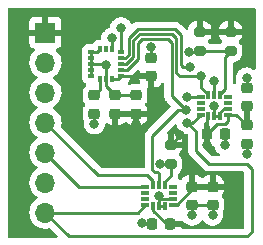
<source format=gbr>
%TF.GenerationSoftware,KiCad,Pcbnew,(6.0.6-0)*%
%TF.CreationDate,2022-08-17T23:57:47-07:00*%
%TF.ProjectId,invensense_icm,696e7665-6e73-4656-9e73-655f69636d2e,rev?*%
%TF.SameCoordinates,Original*%
%TF.FileFunction,Copper,L1,Top*%
%TF.FilePolarity,Positive*%
%FSLAX46Y46*%
G04 Gerber Fmt 4.6, Leading zero omitted, Abs format (unit mm)*
G04 Created by KiCad (PCBNEW (6.0.6-0)) date 2022-08-17 23:57:47*
%MOMM*%
%LPD*%
G01*
G04 APERTURE LIST*
G04 Aperture macros list*
%AMRoundRect*
0 Rectangle with rounded corners*
0 $1 Rounding radius*
0 $2 $3 $4 $5 $6 $7 $8 $9 X,Y pos of 4 corners*
0 Add a 4 corners polygon primitive as box body*
4,1,4,$2,$3,$4,$5,$6,$7,$8,$9,$2,$3,0*
0 Add four circle primitives for the rounded corners*
1,1,$1+$1,$2,$3*
1,1,$1+$1,$4,$5*
1,1,$1+$1,$6,$7*
1,1,$1+$1,$8,$9*
0 Add four rect primitives between the rounded corners*
20,1,$1+$1,$2,$3,$4,$5,0*
20,1,$1+$1,$4,$5,$6,$7,0*
20,1,$1+$1,$6,$7,$8,$9,0*
20,1,$1+$1,$8,$9,$2,$3,0*%
G04 Aperture macros list end*
%TA.AperFunction,SMDPad,CuDef*%
%ADD10RoundRect,0.225000X0.250000X-0.225000X0.250000X0.225000X-0.250000X0.225000X-0.250000X-0.225000X0*%
%TD*%
%TA.AperFunction,SMDPad,CuDef*%
%ADD11RoundRect,0.225000X0.225000X0.250000X-0.225000X0.250000X-0.225000X-0.250000X0.225000X-0.250000X0*%
%TD*%
%TA.AperFunction,SMDPad,CuDef*%
%ADD12RoundRect,0.200000X0.275000X-0.200000X0.275000X0.200000X-0.275000X0.200000X-0.275000X-0.200000X0*%
%TD*%
%TA.AperFunction,SMDPad,CuDef*%
%ADD13RoundRect,0.031500X-0.263500X-0.143500X0.263500X-0.143500X0.263500X0.143500X-0.263500X0.143500X0*%
%TD*%
%TA.AperFunction,SMDPad,CuDef*%
%ADD14RoundRect,0.031500X0.143500X-0.263500X0.143500X0.263500X-0.143500X0.263500X-0.143500X-0.263500X0*%
%TD*%
%TA.AperFunction,SMDPad,CuDef*%
%ADD15RoundRect,0.031500X0.263500X0.143500X-0.263500X0.143500X-0.263500X-0.143500X0.263500X-0.143500X0*%
%TD*%
%TA.AperFunction,SMDPad,CuDef*%
%ADD16RoundRect,0.031500X-0.143500X0.263500X-0.143500X-0.263500X0.143500X-0.263500X0.143500X0.263500X0*%
%TD*%
%TA.AperFunction,SMDPad,CuDef*%
%ADD17RoundRect,0.225000X-0.225000X-0.250000X0.225000X-0.250000X0.225000X0.250000X-0.225000X0.250000X0*%
%TD*%
%TA.AperFunction,SMDPad,CuDef*%
%ADD18RoundRect,0.225000X-0.250000X0.225000X-0.250000X-0.225000X0.250000X-0.225000X0.250000X0.225000X0*%
%TD*%
%TA.AperFunction,ComponentPad*%
%ADD19R,1.700000X1.700000*%
%TD*%
%TA.AperFunction,ComponentPad*%
%ADD20O,1.700000X1.700000*%
%TD*%
%TA.AperFunction,SMDPad,CuDef*%
%ADD21R,0.490000X0.350000*%
%TD*%
%TA.AperFunction,SMDPad,CuDef*%
%ADD22R,0.350000X0.490000*%
%TD*%
%TA.AperFunction,SMDPad,CuDef*%
%ADD23RoundRect,0.031500X-0.273500X-0.143500X0.273500X-0.143500X0.273500X0.143500X-0.273500X0.143500X0*%
%TD*%
%TA.AperFunction,SMDPad,CuDef*%
%ADD24RoundRect,0.031500X0.143500X-0.273500X0.143500X0.273500X-0.143500X0.273500X-0.143500X-0.273500X0*%
%TD*%
%TA.AperFunction,SMDPad,CuDef*%
%ADD25RoundRect,0.031500X0.273500X0.143500X-0.273500X0.143500X-0.273500X-0.143500X0.273500X-0.143500X0*%
%TD*%
%TA.AperFunction,SMDPad,CuDef*%
%ADD26RoundRect,0.031500X-0.143500X0.273500X-0.143500X-0.273500X0.143500X-0.273500X0.143500X0.273500X0*%
%TD*%
%TA.AperFunction,ViaPad*%
%ADD27C,0.800000*%
%TD*%
%TA.AperFunction,Conductor*%
%ADD28C,0.250000*%
%TD*%
G04 APERTURE END LIST*
D10*
%TO.P,C10,1*%
%TO.N,+3V3*%
X112141000Y-106312000D03*
%TO.P,C10,2*%
%TO.N,GND*%
X112141000Y-104762000D03*
%TD*%
D11*
%TO.P,C9,1*%
%TO.N,+3V3*%
X113754200Y-118821200D03*
%TO.P,C9,2*%
%TO.N,GND*%
X112204200Y-118821200D03*
%TD*%
D10*
%TO.P,C3,1*%
%TO.N,GND*%
X107340400Y-109487000D03*
%TO.P,C3,2*%
%TO.N,Net-(C3-Pad2)*%
X107340400Y-107937000D03*
%TD*%
D12*
%TO.P,R2,1*%
%TO.N,/~{CS}*%
X116255800Y-104203000D03*
%TO.P,R2,2*%
%TO.N,+3V3*%
X116255800Y-102553000D03*
%TD*%
D13*
%TO.P,U2,1,AP_SDO/AP_AD0*%
%TO.N,/SDO*%
X116335400Y-108063600D03*
%TO.P,U2,2,RESV_2*%
%TO.N,unconnected-(U2-Pad2)*%
X116335400Y-108563600D03*
%TO.P,U2,3,RESV_3*%
%TO.N,unconnected-(U2-Pad3)*%
X116335400Y-109063600D03*
%TO.P,U2,4,INT1/INT*%
%TO.N,/INT*%
X116335400Y-109563600D03*
D14*
%TO.P,U2,5,VDDIO*%
%TO.N,+3V3*%
X117000400Y-109728600D03*
%TO.P,U2,6,GND*%
%TO.N,GND*%
X117500400Y-109728600D03*
%TO.P,U2,7,RESV_7*%
X118000400Y-109728600D03*
D15*
%TO.P,U2,8,VDD*%
%TO.N,+3V3*%
X118665400Y-109563600D03*
%TO.P,U2,9,INT2/FSYNC/CLKIN*%
%TO.N,GND*%
X118665400Y-109063600D03*
%TO.P,U2,10,RESV_10*%
%TO.N,unconnected-(U2-Pad10)*%
X118665400Y-108563600D03*
%TO.P,U2,11,RESV_11*%
%TO.N,unconnected-(U2-Pad11)*%
X118665400Y-108063600D03*
D16*
%TO.P,U2,12,AP_CS*%
%TO.N,/~{CS}*%
X118000400Y-107898600D03*
%TO.P,U2,13,AP_SCL/AP_SCLK*%
%TO.N,/SCL*%
X117500400Y-107898600D03*
%TO.P,U2,14,AP_SDA/AP_SDIO/AP_SDI*%
%TO.N,/SDA*%
X117000400Y-107898600D03*
%TD*%
D17*
%TO.P,C6,1*%
%TO.N,+3V3*%
X116864800Y-111252000D03*
%TO.P,C6,2*%
%TO.N,GND*%
X118414800Y-111252000D03*
%TD*%
D18*
%TO.P,C5,1*%
%TO.N,GND*%
X120243600Y-107327400D03*
%TO.P,C5,2*%
%TO.N,+3V3*%
X120243600Y-108877400D03*
%TD*%
D10*
%TO.P,C4,1*%
%TO.N,GND*%
X120243600Y-112027000D03*
%TO.P,C4,2*%
%TO.N,+3V3*%
X120243600Y-110477000D03*
%TD*%
%TO.P,C8,1*%
%TO.N,GND*%
X117348000Y-117208600D03*
%TO.P,C8,2*%
%TO.N,+3V3*%
X117348000Y-115658600D03*
%TD*%
%TO.P,C2,1*%
%TO.N,+3V3*%
X109118400Y-109500000D03*
%TO.P,C2,2*%
%TO.N,GND*%
X109118400Y-107950000D03*
%TD*%
D12*
%TO.P,R3,1*%
%TO.N,/~{CS}*%
X113792000Y-113753400D03*
%TO.P,R3,2*%
%TO.N,+3V3*%
X113792000Y-112103400D03*
%TD*%
D10*
%TO.P,C7,1*%
%TO.N,GND*%
X115620800Y-117208600D03*
%TO.P,C7,2*%
%TO.N,+3V3*%
X115620800Y-115658600D03*
%TD*%
D19*
%TO.P,J1,1,Pin_1*%
%TO.N,+3V3*%
X103200200Y-102625000D03*
D20*
%TO.P,J1,2,Pin_2*%
%TO.N,GND*%
X103200200Y-105165000D03*
%TO.P,J1,3,Pin_3*%
%TO.N,/SCL*%
X103200200Y-107705000D03*
%TO.P,J1,4,Pin_4*%
%TO.N,/SDA*%
X103200200Y-110245000D03*
%TO.P,J1,5,Pin_5*%
%TO.N,/SDO*%
X103200200Y-112785000D03*
%TO.P,J1,6,Pin_6*%
%TO.N,/~{CS}*%
X103200200Y-115325000D03*
%TO.P,J1,7,Pin_7*%
%TO.N,/INT*%
X103200200Y-117865000D03*
%TD*%
D21*
%TO.P,U1,1,VDDIO*%
%TO.N,+3V3*%
X109591000Y-106283000D03*
%TO.P,U1,2,SCL/SCLK*%
%TO.N,/SCL*%
X109591000Y-105783000D03*
%TO.P,U1,3,SDA/SDI*%
%TO.N,/SDA*%
X109591000Y-105283000D03*
%TO.P,U1,4,AD0/SDO*%
%TO.N,/SDO*%
X109591000Y-104783000D03*
%TO.P,U1,5,CS*%
%TO.N,/~{CS}*%
X109591000Y-104283000D03*
D22*
%TO.P,U1,6,INT*%
%TO.N,/INT*%
X108831000Y-104023000D03*
%TO.P,U1,7*%
%TO.N,N/C*%
X108331000Y-104023000D03*
%TO.P,U1,8,FSYNC*%
%TO.N,GND*%
X107831000Y-104023000D03*
D21*
%TO.P,U1,9,GND*%
X107071000Y-104283000D03*
%TO.P,U1,10,GND*%
X107071000Y-104783000D03*
%TO.P,U1,11,GND*%
X107071000Y-105283000D03*
%TO.P,U1,12,GND*%
X107071000Y-105783000D03*
%TO.P,U1,13,GND*%
X107071000Y-106283000D03*
D22*
%TO.P,U1,14,REGOUT*%
%TO.N,Net-(C3-Pad2)*%
X107831000Y-106543000D03*
%TO.P,U1,15,GND*%
%TO.N,GND*%
X108331000Y-106543000D03*
%TO.P,U1,16,VDD*%
%TO.N,+3V3*%
X108831000Y-106543000D03*
%TD*%
D10*
%TO.P,C1,1*%
%TO.N,+3V3*%
X110845600Y-109487000D03*
%TO.P,C1,2*%
%TO.N,GND*%
X110845600Y-107937000D03*
%TD*%
D12*
%TO.P,R1,1*%
%TO.N,/~{CS}*%
X118872000Y-104203000D03*
%TO.P,R1,2*%
%TO.N,+3V3*%
X118872000Y-102553000D03*
%TD*%
D23*
%TO.P,U3,1,AP_SDO/AP_ADO*%
%TO.N,/SDO*%
X111666800Y-115683600D03*
%TO.P,U3,2,RESV_1*%
%TO.N,unconnected-(U3-Pad2)*%
X111666800Y-116183600D03*
%TO.P,U3,3,RESV_2*%
%TO.N,unconnected-(U3-Pad3)*%
X111666800Y-116683600D03*
%TO.P,U3,4,INT1/INT*%
%TO.N,/INT*%
X111666800Y-117183600D03*
D24*
%TO.P,U3,5,VDDIO*%
%TO.N,+3V3*%
X112326800Y-117343600D03*
%TO.P,U3,6,GND*%
%TO.N,GND*%
X112826800Y-117343600D03*
%TO.P,U3,7,RESV_3*%
X113326800Y-117343600D03*
D25*
%TO.P,U3,8,VDD*%
%TO.N,+3V3*%
X113986800Y-117183600D03*
%TO.P,U3,9,INT2/FSYNC*%
%TO.N,GND*%
X113986800Y-116683600D03*
%TO.P,U3,10,RESV_4*%
%TO.N,unconnected-(U3-Pad10)*%
X113986800Y-116183600D03*
%TO.P,U3,11,RESV_5*%
%TO.N,unconnected-(U3-Pad11)*%
X113986800Y-115683600D03*
D26*
%TO.P,U3,12,AP_CS*%
%TO.N,/~{CS}*%
X113326800Y-115523600D03*
%TO.P,U3,13,AP_SCL/AP_SCLK*%
%TO.N,/SCL*%
X112826800Y-115523600D03*
%TO.P,U3,14,AP_SDA/AP_SDIO/AP_SDI*%
%TO.N,/SDA*%
X112326800Y-115523600D03*
%TD*%
D27*
%TO.N,GND*%
X120243600Y-106476800D03*
X117500400Y-108813600D03*
X112826800Y-116433600D03*
X118414800Y-112115600D03*
X120243600Y-112877600D03*
X115620800Y-118059200D03*
X117348000Y-118059200D03*
X108356400Y-105359200D03*
X107340400Y-110337600D03*
X111353600Y-118770400D03*
X112141000Y-103886000D03*
%TO.N,+3V3*%
X114604800Y-111302800D03*
X116890800Y-112115600D03*
X110845600Y-110337600D03*
%TO.N,/~{CS}*%
X109601000Y-102223700D03*
X112928400Y-113741200D03*
X115355500Y-104267000D03*
%TO.N,/SCL*%
X117500400Y-106730800D03*
X115112800Y-109220000D03*
%TO.N,/SDA*%
X116332000Y-106299000D03*
%TO.N,/SDO*%
X115214400Y-108102400D03*
X115443000Y-105537000D03*
%TO.N,/INT*%
X108839000Y-103124000D03*
X115214400Y-110286800D03*
%TD*%
D28*
%TO.N,GND*%
X109131400Y-107937000D02*
X109118400Y-107950000D01*
X117348000Y-117208600D02*
X115620800Y-117208600D01*
X113989300Y-116683600D02*
X113076800Y-116683600D01*
X120243600Y-107327400D02*
X120243600Y-106476800D01*
X112826800Y-117346100D02*
X112826800Y-116433600D01*
X107571000Y-104283000D02*
X107831000Y-104023000D01*
X118000400Y-109388144D02*
X118324944Y-109063600D01*
X108280200Y-105283000D02*
X108356400Y-105359200D01*
X113326800Y-117343600D02*
X112826800Y-117343600D01*
X107071000Y-104283000D02*
X107571000Y-104283000D01*
X117500400Y-109728600D02*
X118000400Y-109728600D01*
X120243600Y-112027000D02*
X120243600Y-112877600D01*
X108331000Y-105384600D02*
X108356400Y-105359200D01*
X111404400Y-118821200D02*
X111353600Y-118770400D01*
X112141000Y-104762000D02*
X112141000Y-103886000D01*
X108331000Y-107162600D02*
X108331000Y-106543000D01*
X115620800Y-117208600D02*
X115620800Y-118059200D01*
X118000400Y-109728600D02*
X118000400Y-109388144D01*
X117500400Y-109728600D02*
X117500400Y-108813600D01*
X109118400Y-107950000D02*
X108331000Y-107162600D01*
X117348000Y-117208600D02*
X117348000Y-118059200D01*
X108331000Y-106543000D02*
X108331000Y-105384600D01*
X118324944Y-109063600D02*
X118665400Y-109063600D01*
X112204200Y-118821200D02*
X111404400Y-118821200D01*
X107071000Y-106283000D02*
X107071000Y-105783000D01*
X107340400Y-109487000D02*
X107340400Y-110337600D01*
X110845600Y-107937000D02*
X109131400Y-107937000D01*
X107071000Y-105783000D02*
X107071000Y-105283000D01*
X107071000Y-105283000D02*
X107071000Y-104783000D01*
X107071000Y-105283000D02*
X108280200Y-105283000D01*
X113076800Y-116683600D02*
X112826800Y-116433600D01*
X118414800Y-111252000D02*
X118414800Y-112115600D01*
X107071000Y-104783000D02*
X107071000Y-104283000D01*
%TO.N,+3V3*%
X112326800Y-117694056D02*
X113453944Y-118821200D01*
X112112000Y-106283000D02*
X112141000Y-106312000D01*
X113986800Y-117183600D02*
X114337256Y-117183600D01*
X118364000Y-110388400D02*
X117728400Y-110388400D01*
X118665400Y-109563600D02*
X118665400Y-110087000D01*
X116864800Y-111252000D02*
X116864800Y-109864200D01*
X110845600Y-109487000D02*
X110845600Y-110337600D01*
X109591000Y-106283000D02*
X112112000Y-106283000D01*
X114604800Y-111302800D02*
X113804200Y-112103400D01*
X118665400Y-109563600D02*
X119330200Y-109563600D01*
X113804200Y-112103400D02*
X113792000Y-112103400D01*
X109331000Y-106543000D02*
X109591000Y-106283000D01*
X116864800Y-109864200D02*
X117000400Y-109728600D01*
X115620800Y-115900056D02*
X115620800Y-115658600D01*
X116890800Y-112115600D02*
X116890800Y-111278000D01*
X109118400Y-109500000D02*
X109118400Y-110350600D01*
X113461800Y-118821200D02*
X113754200Y-118821200D01*
X113754200Y-119075200D02*
X113754200Y-118757400D01*
X117728400Y-110388400D02*
X116864800Y-111252000D01*
X119330200Y-109563600D02*
X120243600Y-110477000D01*
X118665400Y-110087000D02*
X118364000Y-110388400D01*
X108831000Y-106543000D02*
X109331000Y-106543000D01*
X116890800Y-111278000D02*
X116864800Y-111252000D01*
X112326800Y-117346100D02*
X112326800Y-117694056D01*
X113453944Y-118821200D02*
X113754200Y-118821200D01*
X114337256Y-117183600D02*
X115620800Y-115900056D01*
%TO.N,Net-(C3-Pad2)*%
X107831000Y-106543000D02*
X107831000Y-107446400D01*
X107831000Y-107446400D02*
X107340400Y-107937000D01*
%TO.N,/~{CS}*%
X112928400Y-113741200D02*
X112940600Y-113753400D01*
X112940600Y-113753400D02*
X113792000Y-113753400D01*
X116191800Y-104267000D02*
X116255800Y-104203000D01*
X118414800Y-107403033D02*
X118414800Y-104660200D01*
X109601000Y-102223700D02*
X109601000Y-104273000D01*
X115355500Y-104267000D02*
X116191800Y-104267000D01*
X113792000Y-113753400D02*
X113792000Y-114731800D01*
X118000400Y-107817433D02*
X118414800Y-107403033D01*
X118414800Y-104660200D02*
X118872000Y-104203000D01*
X109601000Y-104273000D02*
X109591000Y-104283000D01*
X116255800Y-104203000D02*
X118872000Y-104203000D01*
X118000400Y-107898600D02*
X118000400Y-107817433D01*
X113792000Y-114731800D02*
X113351800Y-115172000D01*
X113351800Y-115172000D02*
X113351800Y-115521100D01*
%TO.N,/SCL*%
X112826800Y-115521100D02*
X112826800Y-114567800D01*
X113576000Y-103162000D02*
X113881000Y-103467000D01*
X113881000Y-103467000D02*
X113881000Y-107988200D01*
X113881000Y-107988200D02*
X115112800Y-109220000D01*
X109591000Y-105783000D02*
X110105370Y-105783000D01*
X114427000Y-109220000D02*
X115112800Y-109220000D01*
X112253400Y-114285400D02*
X112253400Y-111393600D01*
X117500400Y-106730800D02*
X117500400Y-107898600D01*
X112826800Y-114567800D02*
X112725200Y-114466200D01*
X111036000Y-104852370D02*
X111036000Y-103467000D01*
X112725200Y-114466200D02*
X112434200Y-114466200D01*
X111341000Y-103162000D02*
X113576000Y-103162000D01*
X111036000Y-103467000D02*
X111341000Y-103162000D01*
X112434200Y-114466200D02*
X112253400Y-114285400D01*
X112253400Y-111393600D02*
X114427000Y-109220000D01*
X110105370Y-105783000D02*
X111036000Y-104852370D01*
%TO.N,/SDA*%
X116332000Y-106299000D02*
X116332000Y-107219744D01*
X110039685Y-105283000D02*
X110636000Y-104686685D01*
X114281000Y-106026000D02*
X114554000Y-106299000D01*
X107661600Y-114706400D02*
X111836200Y-114706400D01*
X111836200Y-114706400D02*
X112301800Y-115172000D01*
X117000400Y-107888144D02*
X117000400Y-107898600D01*
X110636000Y-103289686D02*
X111163686Y-102762000D01*
X109591000Y-105283000D02*
X110039685Y-105283000D01*
X111163686Y-102762000D02*
X113938000Y-102762000D01*
X113938000Y-102762000D02*
X114281000Y-103105000D01*
X114281000Y-103105000D02*
X114281000Y-106026000D01*
X112301800Y-115172000D02*
X112301800Y-115521100D01*
X103200200Y-110245000D02*
X107661600Y-114706400D01*
X110636000Y-104686685D02*
X110636000Y-103289686D01*
X116332000Y-107219744D02*
X117000400Y-107888144D01*
X114554000Y-106299000D02*
X116332000Y-106299000D01*
%TO.N,/SDO*%
X114808000Y-105537000D02*
X115443000Y-105537000D01*
X110236000Y-104521000D02*
X110236000Y-103124000D01*
X103200200Y-112785000D02*
X106073800Y-115658600D01*
X110998000Y-102362000D02*
X114173000Y-102362000D01*
X114681000Y-102870000D02*
X114681000Y-105410000D01*
X115253200Y-108063600D02*
X116335400Y-108063600D01*
X109591000Y-104783000D02*
X109974000Y-104783000D01*
X110236000Y-103124000D02*
X110998000Y-102362000D01*
X109974000Y-104783000D02*
X110236000Y-104521000D01*
X106073800Y-115658600D02*
X111664300Y-115658600D01*
X114173000Y-102362000D02*
X114681000Y-102870000D01*
X115214400Y-108102400D02*
X115253200Y-108063600D01*
X114681000Y-105410000D02*
X114808000Y-105537000D01*
%TO.N,/INT*%
X117043200Y-113741200D02*
X120243600Y-113741200D01*
X103200200Y-117865000D02*
X111007900Y-117865000D01*
X111007900Y-117865000D02*
X111664300Y-117208600D01*
X108839000Y-103124000D02*
X108839000Y-103251000D01*
X120243600Y-113741200D02*
X120650000Y-114147600D01*
X120650000Y-119481600D02*
X120243600Y-119888000D01*
X105223200Y-119888000D02*
X103200200Y-117865000D01*
X115612200Y-110286800D02*
X116335400Y-109563600D01*
X115925600Y-110998000D02*
X115925600Y-112623600D01*
X115214400Y-110286800D02*
X115925600Y-110998000D01*
X108831000Y-103259000D02*
X108831000Y-104023000D01*
X120650000Y-114147600D02*
X120650000Y-119481600D01*
X108839000Y-103251000D02*
X108831000Y-103259000D01*
X120243600Y-119888000D02*
X105223200Y-119888000D01*
X115214400Y-110286800D02*
X115612200Y-110286800D01*
X115925600Y-112623600D02*
X117043200Y-113741200D01*
%TD*%
%TA.AperFunction,Conductor*%
%TO.N,+3V3*%
G36*
X120933621Y-100528502D02*
G01*
X120980114Y-100582158D01*
X120991500Y-100634500D01*
X120991500Y-105649925D01*
X120971498Y-105718046D01*
X120917842Y-105764539D01*
X120847568Y-105774643D01*
X120791439Y-105751861D01*
X120705694Y-105689563D01*
X120705693Y-105689562D01*
X120700352Y-105685682D01*
X120694324Y-105682998D01*
X120694322Y-105682997D01*
X120531919Y-105610691D01*
X120531918Y-105610691D01*
X120525888Y-105608006D01*
X120432488Y-105588153D01*
X120345544Y-105569672D01*
X120345539Y-105569672D01*
X120339087Y-105568300D01*
X120148113Y-105568300D01*
X120141661Y-105569672D01*
X120141656Y-105569672D01*
X120054712Y-105588153D01*
X119961312Y-105608006D01*
X119955282Y-105610691D01*
X119955281Y-105610691D01*
X119792878Y-105682997D01*
X119792876Y-105682998D01*
X119786848Y-105685682D01*
X119632347Y-105797934D01*
X119627926Y-105802844D01*
X119627925Y-105802845D01*
X119604380Y-105828995D01*
X119504560Y-105939856D01*
X119409073Y-106105244D01*
X119350058Y-106286872D01*
X119330096Y-106476800D01*
X119350058Y-106666728D01*
X119352099Y-106673010D01*
X119353017Y-106677328D01*
X119347617Y-106748119D01*
X119337033Y-106769639D01*
X119324298Y-106790299D01*
X119293893Y-106881967D01*
X119253462Y-106940327D01*
X119187898Y-106967564D01*
X119118017Y-106955031D01*
X119066005Y-106906706D01*
X119048300Y-106842300D01*
X119048300Y-105237499D01*
X119068302Y-105169378D01*
X119121958Y-105122885D01*
X119174300Y-105111499D01*
X119203634Y-105111499D01*
X119206492Y-105111236D01*
X119206501Y-105111236D01*
X119242004Y-105107974D01*
X119277062Y-105104753D01*
X119409399Y-105063281D01*
X119433450Y-105055744D01*
X119433452Y-105055743D01*
X119440699Y-105053472D01*
X119587381Y-104964639D01*
X119708639Y-104843381D01*
X119797472Y-104696699D01*
X119848753Y-104533062D01*
X119855500Y-104459635D01*
X119855499Y-103946366D01*
X119853842Y-103928324D01*
X119849364Y-103879592D01*
X119848753Y-103872938D01*
X119808578Y-103744739D01*
X119799744Y-103716550D01*
X119799743Y-103716548D01*
X119797472Y-103709301D01*
X119708639Y-103562619D01*
X119612761Y-103466741D01*
X119578735Y-103404429D01*
X119583800Y-103333614D01*
X119612761Y-103288551D01*
X119702869Y-103198443D01*
X119712176Y-103186574D01*
X119793079Y-103052988D01*
X119799285Y-103039243D01*
X119846256Y-102889356D01*
X119848869Y-102876306D01*
X119853913Y-102821414D01*
X119850525Y-102809876D01*
X119849135Y-102808671D01*
X119841452Y-102807000D01*
X117907116Y-102807000D01*
X117891877Y-102811475D01*
X117890672Y-102812865D01*
X117889709Y-102817294D01*
X117895132Y-102876315D01*
X117897743Y-102889351D01*
X117944715Y-103039243D01*
X117950921Y-103052988D01*
X118031824Y-103186574D01*
X118041131Y-103198443D01*
X118131239Y-103288551D01*
X118165265Y-103350863D01*
X118160200Y-103421678D01*
X118131239Y-103466741D01*
X118065385Y-103532595D01*
X118003073Y-103566621D01*
X117976290Y-103569500D01*
X117151510Y-103569500D01*
X117083389Y-103549498D01*
X117062415Y-103532595D01*
X116996561Y-103466741D01*
X116962535Y-103404429D01*
X116967600Y-103333614D01*
X116996561Y-103288551D01*
X117086669Y-103198443D01*
X117095976Y-103186574D01*
X117176879Y-103052988D01*
X117183085Y-103039243D01*
X117230056Y-102889356D01*
X117232669Y-102876306D01*
X117237713Y-102821414D01*
X117234325Y-102809876D01*
X117232935Y-102808671D01*
X117225252Y-102807000D01*
X116127800Y-102807000D01*
X116059679Y-102786998D01*
X116013186Y-102733342D01*
X116001800Y-102681000D01*
X116001800Y-102280885D01*
X116509800Y-102280885D01*
X116514275Y-102296124D01*
X116515665Y-102297329D01*
X116523348Y-102299000D01*
X117220684Y-102299000D01*
X117235923Y-102294525D01*
X117237128Y-102293135D01*
X117238091Y-102288706D01*
X117237712Y-102284586D01*
X117890087Y-102284586D01*
X117893475Y-102296124D01*
X117894865Y-102297329D01*
X117902548Y-102299000D01*
X118599885Y-102299000D01*
X118615124Y-102294525D01*
X118616329Y-102293135D01*
X118618000Y-102285452D01*
X118618000Y-102280885D01*
X119126000Y-102280885D01*
X119130475Y-102296124D01*
X119131865Y-102297329D01*
X119139548Y-102299000D01*
X119836884Y-102299000D01*
X119852123Y-102294525D01*
X119853328Y-102293135D01*
X119854291Y-102288706D01*
X119848868Y-102229685D01*
X119846257Y-102216649D01*
X119799285Y-102066757D01*
X119793079Y-102053012D01*
X119712176Y-101919426D01*
X119702869Y-101907557D01*
X119592443Y-101797131D01*
X119580574Y-101787824D01*
X119446988Y-101706921D01*
X119433243Y-101700715D01*
X119283356Y-101653744D01*
X119270306Y-101651131D01*
X119206479Y-101645266D01*
X119200691Y-101645000D01*
X119144115Y-101645000D01*
X119128876Y-101649475D01*
X119127671Y-101650865D01*
X119126000Y-101658548D01*
X119126000Y-102280885D01*
X118618000Y-102280885D01*
X118618000Y-101663116D01*
X118613525Y-101647877D01*
X118612135Y-101646672D01*
X118604452Y-101645001D01*
X118543295Y-101645001D01*
X118537546Y-101645264D01*
X118473685Y-101651132D01*
X118460649Y-101653743D01*
X118310757Y-101700715D01*
X118297012Y-101706921D01*
X118163426Y-101787824D01*
X118151557Y-101797131D01*
X118041131Y-101907557D01*
X118031824Y-101919426D01*
X117950921Y-102053012D01*
X117944715Y-102066757D01*
X117897744Y-102216644D01*
X117895131Y-102229694D01*
X117890087Y-102284586D01*
X117237712Y-102284586D01*
X117232668Y-102229685D01*
X117230057Y-102216649D01*
X117183085Y-102066757D01*
X117176879Y-102053012D01*
X117095976Y-101919426D01*
X117086669Y-101907557D01*
X116976243Y-101797131D01*
X116964374Y-101787824D01*
X116830788Y-101706921D01*
X116817043Y-101700715D01*
X116667156Y-101653744D01*
X116654106Y-101651131D01*
X116590279Y-101645266D01*
X116584491Y-101645000D01*
X116527915Y-101645000D01*
X116512676Y-101649475D01*
X116511471Y-101650865D01*
X116509800Y-101658548D01*
X116509800Y-102280885D01*
X116001800Y-102280885D01*
X116001800Y-101663116D01*
X115997325Y-101647877D01*
X115995935Y-101646672D01*
X115988252Y-101645001D01*
X115927095Y-101645001D01*
X115921346Y-101645264D01*
X115857485Y-101651132D01*
X115844449Y-101653743D01*
X115694557Y-101700715D01*
X115680812Y-101706921D01*
X115547226Y-101787824D01*
X115535357Y-101797131D01*
X115424931Y-101907557D01*
X115415624Y-101919426D01*
X115334721Y-102053012D01*
X115328515Y-102066757D01*
X115281544Y-102216644D01*
X115278931Y-102229694D01*
X115274706Y-102275669D01*
X115248555Y-102341674D01*
X115190870Y-102383062D01*
X115119967Y-102386693D01*
X115060140Y-102353235D01*
X114676652Y-101969747D01*
X114669112Y-101961461D01*
X114665000Y-101954982D01*
X114615348Y-101908356D01*
X114612507Y-101905602D01*
X114592770Y-101885865D01*
X114589573Y-101883385D01*
X114580551Y-101875680D01*
X114563670Y-101859828D01*
X114548321Y-101845414D01*
X114541375Y-101841595D01*
X114541372Y-101841593D01*
X114530566Y-101835652D01*
X114514047Y-101824801D01*
X114512073Y-101823270D01*
X114498041Y-101812386D01*
X114490772Y-101809241D01*
X114490768Y-101809238D01*
X114457463Y-101794826D01*
X114446813Y-101789609D01*
X114408060Y-101768305D01*
X114388437Y-101763267D01*
X114369734Y-101756863D01*
X114358420Y-101751967D01*
X114358419Y-101751967D01*
X114351145Y-101748819D01*
X114343322Y-101747580D01*
X114343312Y-101747577D01*
X114307476Y-101741901D01*
X114295856Y-101739495D01*
X114260711Y-101730472D01*
X114260710Y-101730472D01*
X114253030Y-101728500D01*
X114232776Y-101728500D01*
X114213065Y-101726949D01*
X114200886Y-101725020D01*
X114193057Y-101723780D01*
X114163786Y-101726547D01*
X114149039Y-101727941D01*
X114137181Y-101728500D01*
X111076768Y-101728500D01*
X111065585Y-101727973D01*
X111058092Y-101726298D01*
X111050166Y-101726547D01*
X111050165Y-101726547D01*
X110990002Y-101728438D01*
X110986044Y-101728500D01*
X110958144Y-101728500D01*
X110954154Y-101729004D01*
X110942320Y-101729936D01*
X110898111Y-101731326D01*
X110890497Y-101733538D01*
X110890492Y-101733539D01*
X110878659Y-101736977D01*
X110859296Y-101740988D01*
X110839203Y-101743526D01*
X110831836Y-101746443D01*
X110831831Y-101746444D01*
X110798092Y-101759802D01*
X110786865Y-101763646D01*
X110744407Y-101775982D01*
X110737581Y-101780019D01*
X110726972Y-101786293D01*
X110709224Y-101794988D01*
X110690383Y-101802448D01*
X110683967Y-101807110D01*
X110683966Y-101807110D01*
X110654613Y-101828436D01*
X110644692Y-101834952D01*
X110606638Y-101857458D01*
X110603662Y-101860434D01*
X110539120Y-101885776D01*
X110469497Y-101871877D01*
X110418857Y-101823270D01*
X110343342Y-101692474D01*
X110343339Y-101692469D01*
X110340040Y-101686756D01*
X110318755Y-101663116D01*
X110216675Y-101549745D01*
X110216674Y-101549744D01*
X110212253Y-101544834D01*
X110057752Y-101432582D01*
X110051724Y-101429898D01*
X110051722Y-101429897D01*
X109889319Y-101357591D01*
X109889318Y-101357591D01*
X109883288Y-101354906D01*
X109789887Y-101335053D01*
X109702944Y-101316572D01*
X109702939Y-101316572D01*
X109696487Y-101315200D01*
X109505513Y-101315200D01*
X109499061Y-101316572D01*
X109499056Y-101316572D01*
X109412113Y-101335053D01*
X109318712Y-101354906D01*
X109312682Y-101357591D01*
X109312681Y-101357591D01*
X109150278Y-101429897D01*
X109150276Y-101429898D01*
X109144248Y-101432582D01*
X108989747Y-101544834D01*
X108985326Y-101549744D01*
X108985325Y-101549745D01*
X108883246Y-101663116D01*
X108861960Y-101686756D01*
X108816016Y-101766334D01*
X108770359Y-101845414D01*
X108766473Y-101852144D01*
X108707458Y-102033772D01*
X108706768Y-102040333D01*
X108706768Y-102040335D01*
X108696666Y-102136449D01*
X108669652Y-102202106D01*
X108611431Y-102242735D01*
X108597553Y-102246525D01*
X108556712Y-102255206D01*
X108550682Y-102257891D01*
X108550681Y-102257891D01*
X108388278Y-102330197D01*
X108388276Y-102330198D01*
X108382248Y-102332882D01*
X108376907Y-102336762D01*
X108376906Y-102336763D01*
X108348430Y-102357452D01*
X108227747Y-102445134D01*
X108223326Y-102450044D01*
X108223325Y-102450045D01*
X108122176Y-102562383D01*
X108099960Y-102587056D01*
X108096659Y-102592774D01*
X108015502Y-102733342D01*
X108004473Y-102752444D01*
X107945458Y-102934072D01*
X107944768Y-102940633D01*
X107944768Y-102940635D01*
X107926186Y-103117435D01*
X107925496Y-103124000D01*
X107926186Y-103130565D01*
X107926186Y-103137170D01*
X107924911Y-103137170D01*
X107913386Y-103200173D01*
X107864882Y-103252018D01*
X107800851Y-103269500D01*
X107607866Y-103269500D01*
X107545684Y-103276255D01*
X107409295Y-103327385D01*
X107292739Y-103414739D01*
X107205385Y-103531295D01*
X107203780Y-103535575D01*
X107155092Y-103584155D01*
X107094830Y-103599500D01*
X106777866Y-103599500D01*
X106715684Y-103606255D01*
X106579295Y-103657385D01*
X106462739Y-103744739D01*
X106375385Y-103861295D01*
X106324255Y-103997684D01*
X106317500Y-104059866D01*
X106317500Y-104506134D01*
X106317868Y-104509525D01*
X106317869Y-104509535D01*
X106318940Y-104519393D01*
X106318940Y-104546607D01*
X106317869Y-104556465D01*
X106317868Y-104556475D01*
X106317500Y-104559866D01*
X106317500Y-105006134D01*
X106317868Y-105009525D01*
X106317869Y-105009535D01*
X106318940Y-105019393D01*
X106318940Y-105046607D01*
X106317869Y-105056465D01*
X106317868Y-105056475D01*
X106317500Y-105059866D01*
X106317500Y-105506134D01*
X106317868Y-105509525D01*
X106317869Y-105509535D01*
X106318940Y-105519393D01*
X106318940Y-105546607D01*
X106317869Y-105556465D01*
X106317868Y-105556475D01*
X106317500Y-105559866D01*
X106317500Y-106006134D01*
X106317868Y-106009525D01*
X106317869Y-106009535D01*
X106318940Y-106019393D01*
X106318940Y-106046607D01*
X106317869Y-106056465D01*
X106317868Y-106056475D01*
X106317500Y-106059866D01*
X106317500Y-106506134D01*
X106324255Y-106568316D01*
X106375385Y-106704705D01*
X106462739Y-106821261D01*
X106579295Y-106908615D01*
X106587704Y-106911767D01*
X106587705Y-106911768D01*
X106599455Y-106916173D01*
X106656220Y-106958814D01*
X106680920Y-107025376D01*
X106665713Y-107094725D01*
X106634848Y-107131292D01*
X106631687Y-107133248D01*
X106510848Y-107254298D01*
X106507008Y-107260528D01*
X106507007Y-107260529D01*
X106477378Y-107308597D01*
X106421098Y-107399899D01*
X106367251Y-107562243D01*
X106356900Y-107663268D01*
X106356900Y-108210732D01*
X106357237Y-108213978D01*
X106357237Y-108213982D01*
X106358038Y-108221702D01*
X106367513Y-108313019D01*
X106369695Y-108319559D01*
X106418937Y-108467153D01*
X106421644Y-108475268D01*
X106425496Y-108481492D01*
X106425496Y-108481493D01*
X106507167Y-108613471D01*
X106511648Y-108620713D01*
X106516830Y-108625886D01*
X106521375Y-108631620D01*
X106519455Y-108633142D01*
X106547945Y-108685206D01*
X106542944Y-108756026D01*
X106519518Y-108792552D01*
X106520557Y-108793372D01*
X106516019Y-108799118D01*
X106510848Y-108804298D01*
X106507008Y-108810528D01*
X106507007Y-108810529D01*
X106461011Y-108885149D01*
X106421098Y-108949899D01*
X106367251Y-109112243D01*
X106356900Y-109213268D01*
X106356900Y-109760732D01*
X106367513Y-109863019D01*
X106369695Y-109869559D01*
X106419000Y-110017342D01*
X106421644Y-110025268D01*
X106425494Y-110031489D01*
X106433684Y-110044724D01*
X106452520Y-110113176D01*
X106449785Y-110137221D01*
X106448899Y-110141392D01*
X106446858Y-110147672D01*
X106426896Y-110337600D01*
X106427586Y-110344165D01*
X106438511Y-110448106D01*
X106446858Y-110527528D01*
X106505873Y-110709156D01*
X106509176Y-110714878D01*
X106509177Y-110714879D01*
X106511911Y-110719614D01*
X106601360Y-110874544D01*
X106605778Y-110879451D01*
X106605779Y-110879452D01*
X106701759Y-110986049D01*
X106729147Y-111016466D01*
X106800847Y-111068559D01*
X106871371Y-111119798D01*
X106883648Y-111128718D01*
X106889676Y-111131402D01*
X106889678Y-111131403D01*
X107036819Y-111196914D01*
X107058112Y-111206394D01*
X107137592Y-111223288D01*
X107238456Y-111244728D01*
X107238461Y-111244728D01*
X107244913Y-111246100D01*
X107435887Y-111246100D01*
X107442339Y-111244728D01*
X107442344Y-111244728D01*
X107543208Y-111223288D01*
X107622688Y-111206394D01*
X107643981Y-111196914D01*
X107791122Y-111131403D01*
X107791124Y-111131402D01*
X107797152Y-111128718D01*
X107809430Y-111119798D01*
X107879953Y-111068559D01*
X107951653Y-111016466D01*
X107979041Y-110986049D01*
X108075021Y-110879452D01*
X108075022Y-110879451D01*
X108079440Y-110874544D01*
X108168889Y-110719614D01*
X108171623Y-110714879D01*
X108171624Y-110714878D01*
X108174927Y-110709156D01*
X108233942Y-110527528D01*
X108245830Y-110414423D01*
X108272842Y-110348768D01*
X108331063Y-110308138D01*
X108402008Y-110305435D01*
X108437255Y-110320335D01*
X108550280Y-110390004D01*
X108563461Y-110396151D01*
X108712214Y-110445491D01*
X108725590Y-110448358D01*
X108816497Y-110457672D01*
X108822913Y-110458000D01*
X108846285Y-110458000D01*
X108861524Y-110453525D01*
X108862729Y-110452135D01*
X108864400Y-110444452D01*
X108864400Y-110439885D01*
X109372400Y-110439885D01*
X109376875Y-110455124D01*
X109378265Y-110456329D01*
X109385948Y-110458000D01*
X109413838Y-110458000D01*
X109420353Y-110457663D01*
X109512457Y-110448106D01*
X109525856Y-110445212D01*
X109674507Y-110395619D01*
X109687686Y-110389445D01*
X109820573Y-110307212D01*
X109831979Y-110298172D01*
X109899316Y-110230717D01*
X109961598Y-110196637D01*
X110032418Y-110201640D01*
X110077507Y-110230561D01*
X110133028Y-110285986D01*
X110144440Y-110294998D01*
X110277480Y-110377004D01*
X110290661Y-110383151D01*
X110439414Y-110432491D01*
X110452790Y-110435358D01*
X110543697Y-110444672D01*
X110550113Y-110445000D01*
X110573485Y-110445000D01*
X110588724Y-110440525D01*
X110589929Y-110439135D01*
X110591600Y-110431452D01*
X110591600Y-110426885D01*
X111099600Y-110426885D01*
X111104075Y-110442124D01*
X111105465Y-110443329D01*
X111113148Y-110445000D01*
X111141038Y-110445000D01*
X111147553Y-110444663D01*
X111239657Y-110435106D01*
X111253056Y-110432212D01*
X111401707Y-110382619D01*
X111414886Y-110376445D01*
X111547773Y-110294212D01*
X111559174Y-110285176D01*
X111669586Y-110174571D01*
X111678598Y-110163160D01*
X111760604Y-110030120D01*
X111766751Y-110016939D01*
X111816091Y-109868186D01*
X111818958Y-109854810D01*
X111828272Y-109763903D01*
X111828529Y-109758874D01*
X111824125Y-109743876D01*
X111822735Y-109742671D01*
X111815052Y-109741000D01*
X111117715Y-109741000D01*
X111102476Y-109745475D01*
X111101271Y-109746865D01*
X111099600Y-109754548D01*
X111099600Y-110426885D01*
X110591600Y-110426885D01*
X110591600Y-109759115D01*
X110587125Y-109743876D01*
X110585735Y-109742671D01*
X110578052Y-109741000D01*
X110159515Y-109741000D01*
X110132624Y-109748896D01*
X110097126Y-109754000D01*
X109390515Y-109754000D01*
X109375276Y-109758475D01*
X109374071Y-109759865D01*
X109372400Y-109767548D01*
X109372400Y-110439885D01*
X108864400Y-110439885D01*
X108864400Y-109372000D01*
X108884402Y-109303879D01*
X108938058Y-109257386D01*
X108990400Y-109246000D01*
X109804485Y-109246000D01*
X109831376Y-109238104D01*
X109866874Y-109233000D01*
X111810485Y-109233000D01*
X111825724Y-109228525D01*
X111826929Y-109227135D01*
X111828600Y-109219452D01*
X111828600Y-109216562D01*
X111828263Y-109210047D01*
X111818706Y-109117943D01*
X111815812Y-109104544D01*
X111766219Y-108955893D01*
X111760045Y-108942714D01*
X111677812Y-108809827D01*
X111664229Y-108792689D01*
X111666159Y-108791159D01*
X111637697Y-108739120D01*
X111642713Y-108668301D01*
X111666399Y-108631383D01*
X111665443Y-108630628D01*
X111669981Y-108624882D01*
X111675152Y-108619702D01*
X111678993Y-108613471D01*
X111761062Y-108480331D01*
X111761063Y-108480329D01*
X111764902Y-108474101D01*
X111818749Y-108311757D01*
X111821138Y-108288446D01*
X111824131Y-108259228D01*
X111829100Y-108210732D01*
X111829100Y-107663268D01*
X111818487Y-107560981D01*
X111775921Y-107433396D01*
X111773335Y-107362448D01*
X111809519Y-107301364D01*
X111859945Y-107272625D01*
X111884124Y-107265525D01*
X111885329Y-107264135D01*
X111887000Y-107256452D01*
X111887000Y-106584115D01*
X111882525Y-106568876D01*
X111881135Y-106567671D01*
X111873452Y-106566000D01*
X111176115Y-106566000D01*
X111160876Y-106570475D01*
X111159671Y-106571865D01*
X111158000Y-106579548D01*
X111158000Y-106582438D01*
X111158337Y-106588953D01*
X111167894Y-106681057D01*
X111170789Y-106694459D01*
X111210211Y-106812625D01*
X111212795Y-106883574D01*
X111176611Y-106944658D01*
X111113147Y-106976482D01*
X111090687Y-106978500D01*
X110546868Y-106978500D01*
X110543622Y-106978837D01*
X110543618Y-106978837D01*
X110509517Y-106982375D01*
X110444581Y-106989113D01*
X110327385Y-107028213D01*
X110256436Y-107030799D01*
X110195352Y-106994615D01*
X110163527Y-106931151D01*
X110171065Y-106860556D01*
X110198414Y-106819595D01*
X110204285Y-106813724D01*
X110280786Y-106711649D01*
X110289324Y-106696054D01*
X110334478Y-106575606D01*
X110338105Y-106560351D01*
X110343631Y-106509486D01*
X110344000Y-106502672D01*
X110344000Y-106453860D01*
X110364002Y-106385739D01*
X110408248Y-106344428D01*
X110412987Y-106342552D01*
X110419396Y-106337896D01*
X110419399Y-106337894D01*
X110448757Y-106316564D01*
X110458677Y-106310048D01*
X110489905Y-106291580D01*
X110489908Y-106291578D01*
X110496732Y-106287542D01*
X110511053Y-106273221D01*
X110526087Y-106260380D01*
X110536064Y-106253131D01*
X110542477Y-106248472D01*
X110570668Y-106214395D01*
X110578658Y-106205616D01*
X110955279Y-105828995D01*
X111017591Y-105794969D01*
X111088406Y-105800034D01*
X111145242Y-105842581D01*
X111170053Y-105909101D01*
X111168077Y-105937318D01*
X111168343Y-105937345D01*
X111158328Y-106035097D01*
X111158071Y-106040126D01*
X111162475Y-106055124D01*
X111163865Y-106056329D01*
X111171548Y-106058000D01*
X112269000Y-106058000D01*
X112337121Y-106078002D01*
X112383614Y-106131658D01*
X112395000Y-106184000D01*
X112395000Y-107251885D01*
X112399475Y-107267124D01*
X112400865Y-107268329D01*
X112408548Y-107270000D01*
X112436438Y-107270000D01*
X112442953Y-107269663D01*
X112535057Y-107260106D01*
X112548456Y-107257212D01*
X112697107Y-107207619D01*
X112710286Y-107201445D01*
X112843173Y-107119212D01*
X112854574Y-107110176D01*
X112964986Y-106999571D01*
X112973998Y-106988160D01*
X113014240Y-106922875D01*
X113067012Y-106875382D01*
X113137084Y-106863958D01*
X113202208Y-106892232D01*
X113241707Y-106951226D01*
X113247500Y-106988991D01*
X113247500Y-107909433D01*
X113246973Y-107920616D01*
X113245298Y-107928109D01*
X113245547Y-107936035D01*
X113245547Y-107936036D01*
X113247438Y-107996186D01*
X113247500Y-108000145D01*
X113247500Y-108028056D01*
X113247997Y-108031990D01*
X113247997Y-108031991D01*
X113248005Y-108032056D01*
X113248938Y-108043893D01*
X113250327Y-108088089D01*
X113255978Y-108107539D01*
X113259987Y-108126900D01*
X113262526Y-108146997D01*
X113265445Y-108154368D01*
X113265445Y-108154370D01*
X113278804Y-108188112D01*
X113282649Y-108199342D01*
X113289145Y-108221702D01*
X113294982Y-108241793D01*
X113299015Y-108248612D01*
X113299017Y-108248617D01*
X113305293Y-108259228D01*
X113313988Y-108276976D01*
X113321448Y-108295817D01*
X113326110Y-108302233D01*
X113326110Y-108302234D01*
X113347436Y-108331587D01*
X113353952Y-108341507D01*
X113376458Y-108379562D01*
X113390779Y-108393883D01*
X113403619Y-108408916D01*
X113415528Y-108425307D01*
X113421634Y-108430358D01*
X113449605Y-108453498D01*
X113458384Y-108461488D01*
X113784901Y-108788005D01*
X113818927Y-108850317D01*
X113813862Y-108921132D01*
X113784901Y-108966195D01*
X111861147Y-110889948D01*
X111852861Y-110897488D01*
X111846382Y-110901600D01*
X111840957Y-110907377D01*
X111799757Y-110951251D01*
X111797002Y-110954093D01*
X111777265Y-110973830D01*
X111774785Y-110977027D01*
X111767082Y-110986047D01*
X111736814Y-111018279D01*
X111732995Y-111025225D01*
X111732993Y-111025228D01*
X111727052Y-111036034D01*
X111716201Y-111052553D01*
X111703786Y-111068559D01*
X111700641Y-111075828D01*
X111700638Y-111075832D01*
X111686226Y-111109137D01*
X111681009Y-111119787D01*
X111659705Y-111158540D01*
X111657734Y-111166215D01*
X111657734Y-111166216D01*
X111654667Y-111178162D01*
X111648263Y-111196866D01*
X111646360Y-111201265D01*
X111640219Y-111215455D01*
X111638980Y-111223278D01*
X111638977Y-111223288D01*
X111633301Y-111259124D01*
X111630895Y-111270744D01*
X111619900Y-111313570D01*
X111619900Y-111333824D01*
X111618349Y-111353534D01*
X111615180Y-111373543D01*
X111615926Y-111381435D01*
X111619341Y-111417561D01*
X111619900Y-111429419D01*
X111619900Y-113946900D01*
X111599898Y-114015021D01*
X111546242Y-114061514D01*
X111493900Y-114072900D01*
X107976195Y-114072900D01*
X107908074Y-114052898D01*
X107887100Y-114035995D01*
X104551418Y-110700313D01*
X104517392Y-110638001D01*
X104519955Y-110574589D01*
X104529466Y-110543287D01*
X104532570Y-110533069D01*
X104561729Y-110311590D01*
X104561836Y-110307212D01*
X104563274Y-110248365D01*
X104563274Y-110248361D01*
X104563356Y-110245000D01*
X104545052Y-110022361D01*
X104490631Y-109805702D01*
X104401554Y-109600840D01*
X104362106Y-109539862D01*
X104283022Y-109417617D01*
X104283020Y-109417614D01*
X104280214Y-109413277D01*
X104129870Y-109248051D01*
X104125819Y-109244852D01*
X104125815Y-109244848D01*
X103958614Y-109112800D01*
X103958610Y-109112798D01*
X103954559Y-109109598D01*
X103913253Y-109086796D01*
X103863284Y-109036364D01*
X103848512Y-108966921D01*
X103873628Y-108900516D01*
X103900980Y-108873909D01*
X103961478Y-108830756D01*
X104080060Y-108746173D01*
X104114298Y-108712055D01*
X104212207Y-108614487D01*
X104238296Y-108588489D01*
X104280455Y-108529819D01*
X104365635Y-108411277D01*
X104368653Y-108407077D01*
X104371708Y-108400897D01*
X104465336Y-108211453D01*
X104465337Y-108211451D01*
X104467630Y-108206811D01*
X104521940Y-108028056D01*
X104531065Y-107998023D01*
X104531065Y-107998021D01*
X104532570Y-107993069D01*
X104561729Y-107771590D01*
X104563356Y-107705000D01*
X104545052Y-107482361D01*
X104490631Y-107265702D01*
X104401554Y-107060840D01*
X104336153Y-106959745D01*
X104283022Y-106877617D01*
X104283020Y-106877614D01*
X104280214Y-106873277D01*
X104129870Y-106708051D01*
X104125819Y-106704852D01*
X104125815Y-106704848D01*
X103958614Y-106572800D01*
X103958610Y-106572798D01*
X103954559Y-106569598D01*
X103913253Y-106546796D01*
X103863284Y-106496364D01*
X103848512Y-106426921D01*
X103873628Y-106360516D01*
X103900980Y-106333909D01*
X103965984Y-106287542D01*
X104080060Y-106206173D01*
X104238296Y-106048489D01*
X104244306Y-106040126D01*
X104365635Y-105871277D01*
X104368653Y-105867077D01*
X104371160Y-105862006D01*
X104465336Y-105671453D01*
X104465337Y-105671451D01*
X104467630Y-105666811D01*
X104515414Y-105509535D01*
X104531065Y-105458023D01*
X104531065Y-105458021D01*
X104532570Y-105453069D01*
X104561729Y-105231590D01*
X104563356Y-105165000D01*
X104545052Y-104942361D01*
X104490631Y-104725702D01*
X104401554Y-104520840D01*
X104280214Y-104333277D01*
X104276740Y-104329459D01*
X104276733Y-104329450D01*
X104132635Y-104171088D01*
X104101583Y-104107242D01*
X104109979Y-104036744D01*
X104155156Y-103981976D01*
X104181600Y-103968307D01*
X104288252Y-103928325D01*
X104303849Y-103919786D01*
X104405924Y-103843285D01*
X104418485Y-103830724D01*
X104494986Y-103728649D01*
X104503524Y-103713054D01*
X104548678Y-103592606D01*
X104552305Y-103577351D01*
X104557831Y-103526486D01*
X104558200Y-103519672D01*
X104558200Y-102897115D01*
X104553725Y-102881876D01*
X104552335Y-102880671D01*
X104544652Y-102879000D01*
X101860316Y-102879000D01*
X101845077Y-102883475D01*
X101843872Y-102884865D01*
X101842201Y-102892548D01*
X101842201Y-103519669D01*
X101842571Y-103526490D01*
X101848095Y-103577352D01*
X101851721Y-103592604D01*
X101896876Y-103713054D01*
X101905414Y-103728649D01*
X101981915Y-103830724D01*
X101994476Y-103843285D01*
X102096551Y-103919786D01*
X102112146Y-103928324D01*
X102221027Y-103969142D01*
X102277791Y-104011784D01*
X102302491Y-104078345D01*
X102287283Y-104147694D01*
X102267891Y-104174175D01*
X102144400Y-104303401D01*
X102140829Y-104307138D01*
X102014943Y-104491680D01*
X101999203Y-104525590D01*
X101923142Y-104689450D01*
X101920888Y-104694305D01*
X101861189Y-104909570D01*
X101837451Y-105131695D01*
X101837748Y-105136848D01*
X101837748Y-105136851D01*
X101845796Y-105276435D01*
X101850310Y-105354715D01*
X101851447Y-105359761D01*
X101851448Y-105359767D01*
X101869517Y-105439943D01*
X101899422Y-105572639D01*
X101945324Y-105685682D01*
X101981447Y-105774643D01*
X101983466Y-105779616D01*
X102022051Y-105842581D01*
X102080106Y-105937318D01*
X102100187Y-105970088D01*
X102246450Y-106138938D01*
X102418326Y-106281632D01*
X102472131Y-106313073D01*
X102491645Y-106324476D01*
X102540369Y-106376114D01*
X102553440Y-106445897D01*
X102526709Y-106511669D01*
X102486255Y-106545027D01*
X102473807Y-106551507D01*
X102469674Y-106554610D01*
X102469671Y-106554612D01*
X102303281Y-106679541D01*
X102295165Y-106685635D01*
X102140829Y-106847138D01*
X102137915Y-106851410D01*
X102137914Y-106851411D01*
X102089165Y-106922875D01*
X102014943Y-107031680D01*
X101999203Y-107065590D01*
X101965392Y-107138430D01*
X101920888Y-107234305D01*
X101861189Y-107449570D01*
X101837451Y-107671695D01*
X101837748Y-107676848D01*
X101837748Y-107676851D01*
X101843211Y-107771590D01*
X101850310Y-107894715D01*
X101851447Y-107899761D01*
X101851448Y-107899767D01*
X101859622Y-107936036D01*
X101899422Y-108112639D01*
X101983466Y-108319616D01*
X101996881Y-108341507D01*
X102051329Y-108430358D01*
X102100187Y-108510088D01*
X102246450Y-108678938D01*
X102418326Y-108821632D01*
X102456187Y-108843756D01*
X102491645Y-108864476D01*
X102540369Y-108916114D01*
X102553440Y-108985897D01*
X102526709Y-109051669D01*
X102486255Y-109085027D01*
X102473807Y-109091507D01*
X102469674Y-109094610D01*
X102469671Y-109094612D01*
X102307249Y-109216562D01*
X102295165Y-109225635D01*
X102140829Y-109387138D01*
X102014943Y-109571680D01*
X101999203Y-109605590D01*
X101925680Y-109763982D01*
X101920888Y-109774305D01*
X101861189Y-109989570D01*
X101837451Y-110211695D01*
X101837748Y-110216848D01*
X101837748Y-110216851D01*
X101843211Y-110311590D01*
X101850310Y-110434715D01*
X101851447Y-110439761D01*
X101851448Y-110439767D01*
X101869855Y-110521443D01*
X101899422Y-110652639D01*
X101983466Y-110859616D01*
X102005880Y-110896193D01*
X102096896Y-111044717D01*
X102100187Y-111050088D01*
X102246450Y-111218938D01*
X102418326Y-111361632D01*
X102452215Y-111381435D01*
X102491645Y-111404476D01*
X102540369Y-111456114D01*
X102553440Y-111525897D01*
X102526709Y-111591669D01*
X102486255Y-111625027D01*
X102473807Y-111631507D01*
X102469674Y-111634610D01*
X102469671Y-111634612D01*
X102299300Y-111762530D01*
X102295165Y-111765635D01*
X102140829Y-111927138D01*
X102014943Y-112111680D01*
X102012764Y-112116375D01*
X101928009Y-112298965D01*
X101920888Y-112314305D01*
X101861189Y-112529570D01*
X101837451Y-112751695D01*
X101837748Y-112756848D01*
X101837748Y-112756851D01*
X101843211Y-112851590D01*
X101850310Y-112974715D01*
X101851447Y-112979761D01*
X101851448Y-112979767D01*
X101863680Y-113034042D01*
X101899422Y-113192639D01*
X101983466Y-113399616D01*
X102035142Y-113483944D01*
X102041243Y-113493899D01*
X102100187Y-113590088D01*
X102246450Y-113758938D01*
X102418326Y-113901632D01*
X102488795Y-113942811D01*
X102491645Y-113944476D01*
X102540369Y-113996114D01*
X102553440Y-114065897D01*
X102526709Y-114131669D01*
X102486255Y-114165027D01*
X102473807Y-114171507D01*
X102469674Y-114174610D01*
X102469671Y-114174612D01*
X102310712Y-114293962D01*
X102295165Y-114305635D01*
X102248582Y-114354381D01*
X102158776Y-114448358D01*
X102140829Y-114467138D01*
X102137915Y-114471410D01*
X102137914Y-114471411D01*
X102072364Y-114567504D01*
X102014943Y-114651680D01*
X101983827Y-114718715D01*
X101944285Y-114803901D01*
X101920888Y-114854305D01*
X101861189Y-115069570D01*
X101837451Y-115291695D01*
X101837748Y-115296848D01*
X101837748Y-115296851D01*
X101843961Y-115404600D01*
X101850310Y-115514715D01*
X101851447Y-115519761D01*
X101851448Y-115519767D01*
X101871319Y-115607939D01*
X101899422Y-115732639D01*
X101937661Y-115826811D01*
X101973175Y-115914271D01*
X101983466Y-115939616D01*
X101986165Y-115944020D01*
X102089252Y-116112243D01*
X102100187Y-116130088D01*
X102246450Y-116298938D01*
X102418326Y-116441632D01*
X102430485Y-116448737D01*
X102491645Y-116484476D01*
X102540369Y-116536114D01*
X102553440Y-116605897D01*
X102526709Y-116671669D01*
X102486255Y-116705027D01*
X102473807Y-116711507D01*
X102469674Y-116714610D01*
X102469671Y-116714612D01*
X102299300Y-116842530D01*
X102295165Y-116845635D01*
X102140829Y-117007138D01*
X102014943Y-117191680D01*
X101920888Y-117394305D01*
X101861189Y-117609570D01*
X101837451Y-117831695D01*
X101837748Y-117836848D01*
X101837748Y-117836851D01*
X101839996Y-117875838D01*
X101850310Y-118054715D01*
X101851447Y-118059761D01*
X101851448Y-118059767D01*
X101852800Y-118065765D01*
X101899422Y-118272639D01*
X101983466Y-118479616D01*
X101986165Y-118484020D01*
X102072606Y-118625079D01*
X102100187Y-118670088D01*
X102246450Y-118838938D01*
X102418326Y-118981632D01*
X102611200Y-119094338D01*
X102819892Y-119174030D01*
X102824960Y-119175061D01*
X102824963Y-119175062D01*
X102930930Y-119196621D01*
X103038797Y-119218567D01*
X103043972Y-119218757D01*
X103043974Y-119218757D01*
X103256873Y-119226564D01*
X103256877Y-119226564D01*
X103262037Y-119226753D01*
X103267157Y-119226097D01*
X103267159Y-119226097D01*
X103478488Y-119199025D01*
X103478489Y-119199025D01*
X103483616Y-119198368D01*
X103530027Y-119184444D01*
X103601023Y-119184028D01*
X103655331Y-119216035D01*
X104215700Y-119776405D01*
X104249725Y-119838717D01*
X104244660Y-119909533D01*
X104202113Y-119966368D01*
X104135593Y-119991179D01*
X104126604Y-119991500D01*
X100134500Y-119991500D01*
X100066379Y-119971498D01*
X100019886Y-119917842D01*
X100008500Y-119865500D01*
X100008500Y-102352885D01*
X101842200Y-102352885D01*
X101846675Y-102368124D01*
X101848065Y-102369329D01*
X101855748Y-102371000D01*
X102928085Y-102371000D01*
X102943324Y-102366525D01*
X102944529Y-102365135D01*
X102946200Y-102357452D01*
X102946200Y-102352885D01*
X103454200Y-102352885D01*
X103458675Y-102368124D01*
X103460065Y-102369329D01*
X103467748Y-102371000D01*
X104540084Y-102371000D01*
X104555323Y-102366525D01*
X104556528Y-102365135D01*
X104558199Y-102357452D01*
X104558199Y-101730331D01*
X104557829Y-101723510D01*
X104552305Y-101672648D01*
X104548679Y-101657396D01*
X104503524Y-101536946D01*
X104494986Y-101521351D01*
X104418485Y-101419276D01*
X104405924Y-101406715D01*
X104303849Y-101330214D01*
X104288254Y-101321676D01*
X104167806Y-101276522D01*
X104152551Y-101272895D01*
X104101686Y-101267369D01*
X104094872Y-101267000D01*
X103472315Y-101267000D01*
X103457076Y-101271475D01*
X103455871Y-101272865D01*
X103454200Y-101280548D01*
X103454200Y-102352885D01*
X102946200Y-102352885D01*
X102946200Y-101285116D01*
X102941725Y-101269877D01*
X102940335Y-101268672D01*
X102932652Y-101267001D01*
X102305531Y-101267001D01*
X102298710Y-101267371D01*
X102247848Y-101272895D01*
X102232596Y-101276521D01*
X102112146Y-101321676D01*
X102096551Y-101330214D01*
X101994476Y-101406715D01*
X101981915Y-101419276D01*
X101905414Y-101521351D01*
X101896876Y-101536946D01*
X101851722Y-101657394D01*
X101848095Y-101672649D01*
X101842569Y-101723514D01*
X101842200Y-101730328D01*
X101842200Y-102352885D01*
X100008500Y-102352885D01*
X100008500Y-100634500D01*
X100028502Y-100566379D01*
X100082158Y-100519886D01*
X100134500Y-100508500D01*
X120865500Y-100508500D01*
X120933621Y-100528502D01*
G37*
%TD.AperFunction*%
%TA.AperFunction,Conductor*%
G36*
X114246137Y-110400933D02*
G01*
X114302973Y-110443480D01*
X114321938Y-110480052D01*
X114379873Y-110658356D01*
X114383176Y-110664078D01*
X114383177Y-110664079D01*
X114397411Y-110688732D01*
X114475360Y-110823744D01*
X114479778Y-110828651D01*
X114479779Y-110828652D01*
X114542320Y-110898111D01*
X114603147Y-110965666D01*
X114685127Y-111025228D01*
X114743919Y-111067943D01*
X114757648Y-111077918D01*
X114763676Y-111080602D01*
X114763678Y-111080603D01*
X114895926Y-111139483D01*
X114932112Y-111155594D01*
X115025513Y-111175447D01*
X115112456Y-111193928D01*
X115112461Y-111193928D01*
X115118913Y-111195300D01*
X115166100Y-111195300D01*
X115234221Y-111215302D01*
X115280714Y-111268958D01*
X115292100Y-111321300D01*
X115292100Y-112544833D01*
X115291573Y-112556016D01*
X115289898Y-112563509D01*
X115290147Y-112571435D01*
X115290147Y-112571436D01*
X115292038Y-112631586D01*
X115292100Y-112635545D01*
X115292100Y-112663456D01*
X115292597Y-112667390D01*
X115292597Y-112667391D01*
X115292605Y-112667456D01*
X115293538Y-112679293D01*
X115294927Y-112723489D01*
X115300578Y-112742939D01*
X115304587Y-112762300D01*
X115307126Y-112782397D01*
X115310045Y-112789768D01*
X115310045Y-112789770D01*
X115323404Y-112823512D01*
X115327249Y-112834742D01*
X115332144Y-112851590D01*
X115339582Y-112877193D01*
X115343616Y-112884014D01*
X115349893Y-112894628D01*
X115358588Y-112912376D01*
X115366048Y-112931217D01*
X115370710Y-112937633D01*
X115370710Y-112937634D01*
X115392036Y-112966987D01*
X115398552Y-112976907D01*
X115421058Y-113014962D01*
X115435379Y-113029283D01*
X115448219Y-113044316D01*
X115460128Y-113060707D01*
X115475071Y-113073069D01*
X115494205Y-113088898D01*
X115502984Y-113096888D01*
X116539548Y-114133453D01*
X116547088Y-114141739D01*
X116551200Y-114148218D01*
X116556977Y-114153643D01*
X116600851Y-114194843D01*
X116603693Y-114197598D01*
X116623430Y-114217335D01*
X116626627Y-114219815D01*
X116635647Y-114227518D01*
X116667879Y-114257786D01*
X116674825Y-114261605D01*
X116674828Y-114261607D01*
X116685634Y-114267548D01*
X116702153Y-114278399D01*
X116718159Y-114290814D01*
X116725428Y-114293959D01*
X116725432Y-114293962D01*
X116758737Y-114308374D01*
X116769387Y-114313591D01*
X116808140Y-114334895D01*
X116815815Y-114336866D01*
X116815816Y-114336866D01*
X116827762Y-114339933D01*
X116846467Y-114346337D01*
X116865055Y-114354381D01*
X116872878Y-114355620D01*
X116872888Y-114355623D01*
X116908724Y-114361299D01*
X116920344Y-114363705D01*
X116955489Y-114372728D01*
X116963170Y-114374700D01*
X116983424Y-114374700D01*
X117003134Y-114376251D01*
X117023143Y-114379420D01*
X117031035Y-114378674D01*
X117067161Y-114375259D01*
X117079019Y-114374700D01*
X119890500Y-114374700D01*
X119958621Y-114394702D01*
X120005114Y-114448358D01*
X120016500Y-114500700D01*
X120016500Y-119128500D01*
X119996498Y-119196621D01*
X119942842Y-119243114D01*
X119890500Y-119254500D01*
X114837761Y-119254500D01*
X114769640Y-119234498D01*
X114723147Y-119180842D01*
X114711925Y-119122074D01*
X114712200Y-119116689D01*
X114712200Y-119093315D01*
X114707725Y-119078076D01*
X114706335Y-119076871D01*
X114698652Y-119075200D01*
X113626200Y-119075200D01*
X113558079Y-119055198D01*
X113511586Y-119001542D01*
X113500200Y-118949200D01*
X113500200Y-118693200D01*
X113520202Y-118625079D01*
X113573858Y-118578586D01*
X113626200Y-118567200D01*
X114694085Y-118567200D01*
X114742809Y-118552893D01*
X114746205Y-118550711D01*
X114817202Y-118550714D01*
X114876926Y-118589101D01*
X114879738Y-118592642D01*
X114881760Y-118596144D01*
X115009547Y-118738066D01*
X115045015Y-118763835D01*
X115152930Y-118842240D01*
X115164048Y-118850318D01*
X115170076Y-118853002D01*
X115170078Y-118853003D01*
X115332481Y-118925309D01*
X115338512Y-118927994D01*
X115431913Y-118947847D01*
X115518856Y-118966328D01*
X115518861Y-118966328D01*
X115525313Y-118967700D01*
X115716287Y-118967700D01*
X115722739Y-118966328D01*
X115722744Y-118966328D01*
X115809687Y-118947847D01*
X115903088Y-118927994D01*
X115909119Y-118925309D01*
X116071522Y-118853003D01*
X116071524Y-118853002D01*
X116077552Y-118850318D01*
X116088671Y-118842240D01*
X116196585Y-118763835D01*
X116232053Y-118738066D01*
X116254087Y-118713595D01*
X116355421Y-118601052D01*
X116355422Y-118601051D01*
X116359840Y-118596144D01*
X116375282Y-118569399D01*
X116426663Y-118520406D01*
X116496376Y-118506969D01*
X116562287Y-118533356D01*
X116593518Y-118569398D01*
X116608960Y-118596144D01*
X116613378Y-118601051D01*
X116613379Y-118601052D01*
X116714713Y-118713595D01*
X116736747Y-118738066D01*
X116772215Y-118763835D01*
X116880130Y-118842240D01*
X116891248Y-118850318D01*
X116897276Y-118853002D01*
X116897278Y-118853003D01*
X117059681Y-118925309D01*
X117065712Y-118927994D01*
X117159113Y-118947847D01*
X117246056Y-118966328D01*
X117246061Y-118966328D01*
X117252513Y-118967700D01*
X117443487Y-118967700D01*
X117449939Y-118966328D01*
X117449944Y-118966328D01*
X117536887Y-118947847D01*
X117630288Y-118927994D01*
X117636319Y-118925309D01*
X117798722Y-118853003D01*
X117798724Y-118853002D01*
X117804752Y-118850318D01*
X117815871Y-118842240D01*
X117923785Y-118763835D01*
X117959253Y-118738066D01*
X117981287Y-118713595D01*
X118082621Y-118601052D01*
X118082622Y-118601051D01*
X118087040Y-118596144D01*
X118182527Y-118430756D01*
X118241542Y-118249128D01*
X118251215Y-118157100D01*
X118260814Y-118065765D01*
X118261504Y-118059200D01*
X118241542Y-117869272D01*
X118239501Y-117862990D01*
X118238583Y-117858672D01*
X118243983Y-117787881D01*
X118254567Y-117766361D01*
X118267302Y-117745701D01*
X118321149Y-117583357D01*
X118331500Y-117482332D01*
X118331500Y-116934868D01*
X118320887Y-116832581D01*
X118266756Y-116670332D01*
X118226883Y-116605897D01*
X118180606Y-116531115D01*
X118176752Y-116524887D01*
X118171570Y-116519714D01*
X118167023Y-116513977D01*
X118168830Y-116512545D01*
X118140098Y-116460025D01*
X118145108Y-116389205D01*
X118168499Y-116352747D01*
X118167448Y-116351917D01*
X118180998Y-116334760D01*
X118263004Y-116201720D01*
X118269151Y-116188539D01*
X118318491Y-116039786D01*
X118321358Y-116026410D01*
X118330672Y-115935503D01*
X118330929Y-115930474D01*
X118326525Y-115915476D01*
X118325135Y-115914271D01*
X118317452Y-115912600D01*
X115492800Y-115912600D01*
X115424679Y-115892598D01*
X115378186Y-115838942D01*
X115366800Y-115786600D01*
X115366800Y-115386485D01*
X115874800Y-115386485D01*
X115879275Y-115401724D01*
X115880665Y-115402929D01*
X115888348Y-115404600D01*
X117075885Y-115404600D01*
X117091124Y-115400125D01*
X117092329Y-115398735D01*
X117094000Y-115391052D01*
X117094000Y-115386485D01*
X117602000Y-115386485D01*
X117606475Y-115401724D01*
X117607865Y-115402929D01*
X117615548Y-115404600D01*
X118312885Y-115404600D01*
X118328124Y-115400125D01*
X118329329Y-115398735D01*
X118331000Y-115391052D01*
X118331000Y-115388162D01*
X118330663Y-115381647D01*
X118321106Y-115289543D01*
X118318212Y-115276144D01*
X118268619Y-115127493D01*
X118262445Y-115114314D01*
X118180212Y-114981427D01*
X118171176Y-114970026D01*
X118060571Y-114859614D01*
X118049160Y-114850602D01*
X117916120Y-114768596D01*
X117902939Y-114762449D01*
X117754186Y-114713109D01*
X117740810Y-114710242D01*
X117649903Y-114700928D01*
X117643486Y-114700600D01*
X117620115Y-114700600D01*
X117604876Y-114705075D01*
X117603671Y-114706465D01*
X117602000Y-114714148D01*
X117602000Y-115386485D01*
X117094000Y-115386485D01*
X117094000Y-114718715D01*
X117089525Y-114703476D01*
X117088135Y-114702271D01*
X117080452Y-114700600D01*
X117052562Y-114700600D01*
X117046047Y-114700937D01*
X116953943Y-114710494D01*
X116940544Y-114713388D01*
X116791893Y-114762981D01*
X116778714Y-114769155D01*
X116645827Y-114851388D01*
X116634426Y-114860424D01*
X116573585Y-114921372D01*
X116511302Y-114955452D01*
X116440482Y-114950449D01*
X116395393Y-114921528D01*
X116333371Y-114859614D01*
X116321960Y-114850602D01*
X116188920Y-114768596D01*
X116175739Y-114762449D01*
X116026986Y-114713109D01*
X116013610Y-114710242D01*
X115922703Y-114700928D01*
X115916286Y-114700600D01*
X115892915Y-114700600D01*
X115877676Y-114705075D01*
X115876471Y-114706465D01*
X115874800Y-114714148D01*
X115874800Y-115386485D01*
X115366800Y-115386485D01*
X115366800Y-114718715D01*
X115362325Y-114703476D01*
X115360935Y-114702271D01*
X115353252Y-114700600D01*
X115325362Y-114700600D01*
X115318847Y-114700937D01*
X115226743Y-114710494D01*
X115213344Y-114713388D01*
X115064693Y-114762981D01*
X115051514Y-114769155D01*
X114918627Y-114851388D01*
X114907226Y-114860424D01*
X114796814Y-114971029D01*
X114787802Y-114982440D01*
X114743043Y-115055053D01*
X114690271Y-115102546D01*
X114620199Y-115113970D01*
X114559605Y-115089301D01*
X114534720Y-115070413D01*
X114527880Y-115065221D01*
X114519898Y-115062061D01*
X114519895Y-115062059D01*
X114483054Y-115047473D01*
X114427080Y-115003799D01*
X114403603Y-114936796D01*
X114406697Y-114910184D01*
X114405182Y-114909944D01*
X114412099Y-114866276D01*
X114414505Y-114854656D01*
X114423528Y-114819511D01*
X114423528Y-114819510D01*
X114425500Y-114811830D01*
X114425500Y-114791576D01*
X114427051Y-114771865D01*
X114428980Y-114759686D01*
X114430220Y-114751857D01*
X114426059Y-114707838D01*
X114425500Y-114695981D01*
X114425500Y-114635625D01*
X114445502Y-114567504D01*
X114486229Y-114527849D01*
X114500880Y-114518976D01*
X114507381Y-114515039D01*
X114628639Y-114393781D01*
X114717472Y-114247099D01*
X114768753Y-114083462D01*
X114775500Y-114010035D01*
X114775499Y-113496766D01*
X114768753Y-113423338D01*
X114717472Y-113259701D01*
X114628639Y-113113019D01*
X114532761Y-113017141D01*
X114498735Y-112954829D01*
X114503800Y-112884014D01*
X114532761Y-112838951D01*
X114622869Y-112748843D01*
X114632176Y-112736974D01*
X114713079Y-112603388D01*
X114719285Y-112589643D01*
X114766256Y-112439756D01*
X114768869Y-112426706D01*
X114773913Y-112371814D01*
X114770525Y-112360276D01*
X114769135Y-112359071D01*
X114761452Y-112357400D01*
X113664000Y-112357400D01*
X113595879Y-112337398D01*
X113549386Y-112283742D01*
X113538000Y-112231400D01*
X113538000Y-111831285D01*
X114046000Y-111831285D01*
X114050475Y-111846524D01*
X114051865Y-111847729D01*
X114059548Y-111849400D01*
X114756884Y-111849400D01*
X114772123Y-111844925D01*
X114773328Y-111843535D01*
X114774291Y-111839106D01*
X114768868Y-111780085D01*
X114766257Y-111767049D01*
X114719285Y-111617157D01*
X114713079Y-111603412D01*
X114632176Y-111469826D01*
X114622869Y-111457957D01*
X114512443Y-111347531D01*
X114500574Y-111338224D01*
X114366988Y-111257321D01*
X114353243Y-111251115D01*
X114203356Y-111204144D01*
X114190306Y-111201531D01*
X114126479Y-111195666D01*
X114120691Y-111195400D01*
X114064115Y-111195400D01*
X114048876Y-111199875D01*
X114047671Y-111201265D01*
X114046000Y-111208948D01*
X114046000Y-111831285D01*
X113538000Y-111831285D01*
X113538000Y-111213516D01*
X113533125Y-111196914D01*
X113496215Y-111139483D01*
X113496214Y-111068487D01*
X113528016Y-111014888D01*
X114113010Y-110429894D01*
X114175322Y-110395868D01*
X114246137Y-110400933D01*
G37*
%TD.AperFunction*%
%TA.AperFunction,Conductor*%
G36*
X116864308Y-110249002D02*
G01*
X116896549Y-110278820D01*
X116971472Y-110377528D01*
X117061011Y-110445491D01*
X117072657Y-110454331D01*
X117114824Y-110511449D01*
X117119598Y-110581479D01*
X117118800Y-110585147D01*
X117118800Y-112216885D01*
X117123275Y-112232124D01*
X117124665Y-112233329D01*
X117132348Y-112235000D01*
X117135238Y-112235000D01*
X117141753Y-112234663D01*
X117233857Y-112225106D01*
X117247256Y-112222212D01*
X117354725Y-112186358D01*
X117425675Y-112183774D01*
X117486759Y-112219958D01*
X117518583Y-112283422D01*
X117519911Y-112292712D01*
X117521258Y-112305528D01*
X117580273Y-112487156D01*
X117675760Y-112652544D01*
X117680178Y-112657451D01*
X117680179Y-112657452D01*
X117792680Y-112782397D01*
X117803547Y-112794466D01*
X117858982Y-112834742D01*
X117920949Y-112879764D01*
X117964303Y-112935987D01*
X117970378Y-113006723D01*
X117937246Y-113069514D01*
X117875426Y-113104426D01*
X117846888Y-113107700D01*
X117357795Y-113107700D01*
X117289674Y-113087698D01*
X117268699Y-113070795D01*
X116607546Y-112409641D01*
X116573521Y-112347329D01*
X116578586Y-112276513D01*
X116601418Y-112238033D01*
X116609129Y-112229134D01*
X116610800Y-112221452D01*
X116610800Y-110362408D01*
X116630802Y-110294287D01*
X116684458Y-110247794D01*
X116713123Y-110239725D01*
X116713042Y-110239407D01*
X116720885Y-110237415D01*
X116728919Y-110236443D01*
X116736442Y-110233464D01*
X116738755Y-110232877D01*
X116769769Y-110229000D01*
X116796187Y-110229000D01*
X116864308Y-110249002D01*
G37*
%TD.AperFunction*%
%TA.AperFunction,Conductor*%
G36*
X120439721Y-108643402D02*
G01*
X120486214Y-108697058D01*
X120497600Y-108749400D01*
X120497600Y-110605000D01*
X120477598Y-110673121D01*
X120423942Y-110719614D01*
X120371600Y-110731000D01*
X120115600Y-110731000D01*
X120047479Y-110710998D01*
X120000986Y-110657342D01*
X119989600Y-110605000D01*
X119989600Y-108749400D01*
X120009602Y-108681279D01*
X120063258Y-108634786D01*
X120115600Y-108623400D01*
X120371600Y-108623400D01*
X120439721Y-108643402D01*
G37*
%TD.AperFunction*%
%TD*%
M02*

</source>
